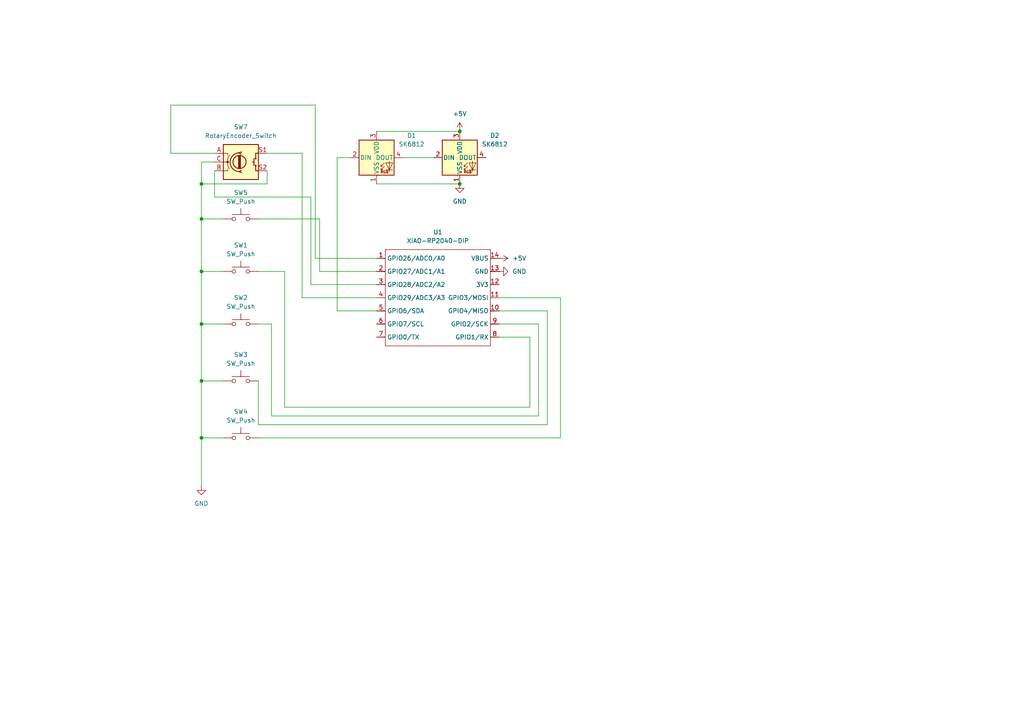
<source format=kicad_sch>
(kicad_sch (version 20250114) (generator "eeschema") (generator_version "9.0")
  (paper "A4")
  (lib_symbols
    (symbol "Device:RotaryEncoder_Switch" (pin_names (offset 0.254) (hide yes))
      (property "Reference" "SW" (at 0 6.604 0))
      (property "Value" "RotaryEncoder_Switch" (at 0 -6.604 0))
      (symbol "RotaryEncoder_Switch_0_1"
        (rectangle (start -5.08 5.08) (end 5.08 -5.08) (stroke (width 0.254)) (fill (type background)))
        (polyline (pts (xy -5.08 2.54) (xy -3.81 2.54) (xy -3.81 2.032)))
        (polyline (pts (xy -5.08 0) (xy -3.81 0) (xy -3.81 -1.016) (xy -3.302 -2.032)))
        (polyline (pts (xy -5.08 -2.54) (xy -3.81 -2.54) (xy -3.81 -2.032)))
        (polyline (pts (xy -4.318 0) (xy -3.81 0) (xy -3.81 1.016) (xy -3.302 2.032)))
        (circle (center -3.81 0) (radius 0.254) (fill (type outline)))
        (polyline (pts (xy -0.635 -1.778) (xy -0.635 1.778)) (stroke (width 0.254)))
        (circle (center -0.381 0) (radius 1.905) (stroke (width 0.254)))
        (polyline (pts (xy -0.381 -1.778) (xy -0.381 1.778)) (stroke (width 0.254)))
        (arc (start -0.381 -2.794) (mid -3.0988 -0.0635) (end -0.381 2.667) (stroke (width 0.254)))
        (polyline (pts (xy -0.127 1.778) (xy -0.127 -1.778)) (stroke (width 0.254)))
        (polyline (pts (xy 0.254 2.921) (xy -0.508 2.667) (xy 0.127 2.286)) (stroke (width 0.254)))
        (polyline (pts (xy 0.254 -3.048) (xy -0.508 -2.794) (xy 0.127 -2.413)) (stroke (width 0.254)))
        (polyline (pts (xy 3.81 1.016) (xy 3.81 -1.016)) (stroke (width 0.254)))
        (polyline (pts (xy 3.81 0) (xy 3.429 0)) (stroke (width 0.254)))
        (circle (center 4.318 1.016) (radius 0.127) (stroke (width 0.254)))
        (circle (center 4.318 -1.016) (radius 0.127) (stroke (width 0.254)))
        (polyline (pts (xy 5.08 2.54) (xy 4.318 2.54) (xy 4.318 1.016)) (stroke (width 0.254)))
        (polyline (pts (xy 5.08 -2.54) (xy 4.318 -2.54) (xy 4.318 -1.016)) (stroke (width 0.254)))
      )
      (symbol "RotaryEncoder_Switch_1_1"
        (pin passive line (at -7.62 2.54 0) (length 2.54) (name "A") (number "A"))
        (pin passive line (at -7.62 0 0) (length 2.54) (name "C") (number "C"))
        (pin passive line (at -7.62 -2.54 0) (length 2.54) (name "B") (number "B"))
        (pin passive line (at 7.62 2.54 180) (length 2.54) (name "S1") (number "S1"))
        (pin passive line (at 7.62 -2.54 180) (length 2.54) (name "S2") (number "S2"))
      )
    )
    (symbol "LED:SK6812" (pin_names (offset 0.254))
      (property "Reference" "D" (at 5.08 5.715 0))
      (property "Value" "SK6812" (at 1.27 -5.715 0))
      (symbol "SK6812_0_0"
        (text "RGB" (at 2.286 -4.191 0) (effects (font (size 0.762 0.762))))
      )
      (symbol "SK6812_0_1"
        (polyline (pts (xy 1.27 -2.54) (xy 1.778 -2.54)))
        (polyline (pts (xy 1.27 -3.556) (xy 1.778 -3.556)))
        (polyline (pts (xy 2.286 -1.524) (xy 1.27 -2.54) (xy 1.27 -2.032)))
        (polyline (pts (xy 2.286 -2.54) (xy 1.27 -3.556) (xy 1.27 -3.048)))
        (polyline (pts (xy 3.683 -1.016) (xy 3.683 -3.556) (xy 3.683 -4.064)))
        (polyline (pts (xy 4.699 -1.524) (xy 2.667 -1.524) (xy 3.683 -3.556) (xy 4.699 -1.524)))
        (polyline (pts (xy 4.699 -3.556) (xy 2.667 -3.556)))
        (rectangle (start 5.08 5.08) (end -5.08 -5.08) (stroke (width 0.254)) (fill (type background)))
      )
      (symbol "SK6812_1_1"
        (pin input line (at -7.62 0 0) (length 2.54) (name "DIN") (number "2"))
        (pin power_in line (at 0 7.62 270) (length 2.54) (name "VDD") (number "3"))
        (pin power_in line (at 0 -7.62 90) (length 2.54) (name "VSS") (number "1"))
        (pin output line (at 7.62 0 180) (length 2.54) (name "DOUT") (number "4"))
      )
    )
    (symbol "OPL:XIAO-RP2040-DIP"
      (property "Reference" "U" (at 0 0 0))
      (property "Value" "XIAO-RP2040-DIP" (at 5.334 -1.778 0))
      (symbol "XIAO-RP2040-DIP_1_0"
        (polyline (pts (xy -1.27 -2.54) (xy 29.21 -2.54)) (stroke (width 0.1524)))
        (polyline (pts (xy -1.27 -5.08) (xy -2.54 -5.08)) (stroke (width 0.1524)))
        (polyline (pts (xy -1.27 -5.08) (xy -1.27 -2.54)) (stroke (width 0.1524)))
        (polyline (pts (xy -1.27 -8.89) (xy -2.54 -8.89)) (stroke (width 0.1524)))
        (polyline (pts (xy -1.27 -8.89) (xy -1.27 -5.08)) (stroke (width 0.1524)))
        (polyline (pts (xy -1.27 -12.7) (xy -2.54 -12.7)) (stroke (width 0.1524)))
        (polyline (pts (xy -1.27 -12.7) (xy -1.27 -8.89)) (stroke (width 0.1524)))
        (polyline (pts (xy -1.27 -16.51) (xy -2.54 -16.51)) (stroke (width 0.1524)))
        (polyline (pts (xy -1.27 -16.51) (xy -1.27 -12.7)) (stroke (width 0.1524)))
        (polyline (pts (xy -1.27 -20.32) (xy -2.54 -20.32)) (stroke (width 0.1524)))
        (polyline (pts (xy -1.27 -24.13) (xy -2.54 -24.13)) (stroke (width 0.1524)))
        (polyline (pts (xy -1.27 -27.94) (xy -2.54 -27.94)) (stroke (width 0.1524)))
        (polyline (pts (xy -1.27 -30.48) (xy -1.27 -16.51)) (stroke (width 0.1524)))
        (polyline (pts (xy 29.21 -2.54) (xy 29.21 -5.08)) (stroke (width 0.1524)))
        (polyline (pts (xy 29.21 -5.08) (xy 29.21 -8.89)) (stroke (width 0.1524)))
        (polyline (pts (xy 29.21 -8.89) (xy 29.21 -12.7)) (stroke (width 0.1524)))
        (polyline (pts (xy 29.21 -12.7) (xy 29.21 -30.48)) (stroke (width 0.1524)))
        (polyline (pts (xy 29.21 -30.48) (xy -1.27 -30.48)) (stroke (width 0.1524)))
        (polyline (pts (xy 30.48 -5.08) (xy 29.21 -5.08)) (stroke (width 0.1524)))
        (polyline (pts (xy 30.48 -8.89) (xy 29.21 -8.89)) (stroke (width 0.1524)))
        (polyline (pts (xy 30.48 -12.7) (xy 29.21 -12.7)) (stroke (width 0.1524)))
        (polyline (pts (xy 30.48 -16.51) (xy 29.21 -16.51)) (stroke (width 0.1524)))
        (polyline (pts (xy 30.48 -20.32) (xy 29.21 -20.32)) (stroke (width 0.1524)))
        (polyline (pts (xy 30.48 -24.13) (xy 29.21 -24.13)) (stroke (width 0.1524)))
        (polyline (pts (xy 30.48 -27.94) (xy 29.21 -27.94)) (stroke (width 0.1524)))
        (pin passive line (at -3.81 -5.08 0) (length 2.54) (name "GPIO26/ADC0/A0") (number "1"))
        (pin passive line (at -3.81 -8.89 0) (length 2.54) (name "GPIO27/ADC1/A1") (number "2"))
        (pin passive line (at -3.81 -12.7 0) (length 2.54) (name "GPIO28/ADC2/A2") (number "3"))
        (pin passive line (at -3.81 -16.51 0) (length 2.54) (name "GPIO29/ADC3/A3") (number "4"))
        (pin passive line (at -3.81 -20.32 0) (length 2.54) (name "GPIO6/SDA") (number "5"))
        (pin passive line (at -3.81 -24.13 0) (length 2.54) (name "GPIO7/SCL") (number "6"))
        (pin passive line (at -3.81 -27.94 0) (length 2.54) (name "GPIO0/TX") (number "7"))
        (pin passive line (at 31.75 -5.08 180) (length 2.54) (name "VBUS") (number "14"))
        (pin passive line (at 31.75 -8.89 180) (length 2.54) (name "GND") (number "13"))
        (pin passive line (at 31.75 -12.7 180) (length 2.54) (name "3V3") (number "12"))
        (pin passive line (at 31.75 -16.51 180) (length 2.54) (name "GPIO3/MOSI") (number "11"))
        (pin passive line (at 31.75 -20.32 180) (length 2.54) (name "GPIO4/MISO") (number "10"))
        (pin passive line (at 31.75 -24.13 180) (length 2.54) (name "GPIO2/SCK") (number "9"))
        (pin passive line (at 31.75 -27.94 180) (length 2.54) (name "GPIO1/RX") (number "8"))
      )
    )
    (symbol "Switch:SW_Push" (pin_numbers (hide yes)) (pin_names (offset 1.016) (hide yes))
      (property "Reference" "SW" (at 1.27 2.54 0))
      (property "Value" "SW_Push" (at 0 -1.524 0))
      (symbol "SW_Push_0_1"
        (circle (center -2.032 0) (radius 0.508))
        (polyline (pts (xy 0 1.27) (xy 0 3.048)))
        (circle (center 2.032 0) (radius 0.508))
        (polyline (pts (xy 2.54 1.27) (xy -2.54 1.27)))
        (pin passive line (at -5.08 0 0) (length 2.54) (name "1") (number "1"))
        (pin passive line (at 5.08 0 180) (length 2.54) (name "2") (number "2"))
      )
    )
    (symbol "power:+5V" (power) (pin_numbers (hide yes)) (pin_names (offset 0) (hide yes))
      (property "Value" "+5V" (at 0 3.556 0))
      (symbol "+5V_0_1"
        (polyline (pts (xy -0.762 1.27) (xy 0 2.54)))
        (polyline (pts (xy 0 2.54) (xy 0.762 1.27)))
        (polyline (pts (xy 0 0) (xy 0 2.54)))
      )
      (symbol "+5V_1_1"
        (pin power_in line (at 0 0 90) (length 0) (name "~") (number "1"))
      )
    )
    (symbol "power:GND" (power) (pin_numbers (hide yes)) (pin_names (offset 0) (hide yes))
      (property "Value" "GND" (at 0 -3.81 0))
      (symbol "GND_0_1"
        (polyline (pts (xy 0 0) (xy 0 -1.27) (xy 1.27 -1.27) (xy 0 -2.54) (xy -1.27 -1.27) (xy 0 -1.27)))
      )
      (symbol "GND_1_1"
        (pin power_in line (at 0 0 270) (length 0) (name "~") (number "1"))
      )
    )
  )
  (junction (at 58.42 78.74))
  (junction (at 58.42 110.49))
  (junction (at 133.35 38.1))
  (junction (at 58.42 127))
  (junction (at 58.42 93.98))
  (junction (at 133.35 53.34))
  (junction (at 58.42 53.34))
  (junction (at 58.42 63.5))
  (wire (pts (xy 58.42 127) (xy 58.42 140.97)))
  (wire (pts (xy 162.56 86.36) (xy 162.56 127)))
  (wire (pts (xy 153.67 97.79) (xy 153.67 118.11)))
  (wire (pts (xy 153.67 118.11) (xy 82.55 118.11)))
  (wire (pts (xy 58.42 110.49) (xy 58.42 127)))
  (wire (pts (xy 62.23 57.15) (xy 90.17 57.15)))
  (wire (pts (xy 58.42 46.99) (xy 58.42 53.34)))
  (wire (pts (xy 156.21 93.98) (xy 156.21 120.65)))
  (wire (pts (xy 74.93 123.19) (xy 74.93 110.49)))
  (wire (pts (xy 74.93 63.5) (xy 92.71 63.5)))
  (wire (pts (xy 116.84 45.72) (xy 125.73 45.72)))
  (wire (pts (xy 90.17 57.15) (xy 90.17 82.55)))
  (wire (pts (xy 58.42 53.34) (xy 58.42 63.5)))
  (wire (pts (xy 144.78 97.79) (xy 153.67 97.79)))
  (wire (pts (xy 144.78 93.98) (xy 156.21 93.98)))
  (wire (pts (xy 58.42 93.98) (xy 64.77 93.98)))
  (wire (pts (xy 58.42 78.74) (xy 58.42 93.98)))
  (wire (pts (xy 97.79 45.72) (xy 101.6 45.72)))
  (wire (pts (xy 58.42 63.5) (xy 64.77 63.5)))
  (wire (pts (xy 58.42 127) (xy 64.77 127)))
  (wire (pts (xy 156.21 120.65) (xy 78.74 120.65)))
  (wire (pts (xy 97.79 90.17) (xy 97.79 45.72)))
  (wire (pts (xy 91.44 30.48) (xy 91.44 74.93)))
  (wire (pts (xy 58.42 93.98) (xy 58.42 110.49)))
  (wire (pts (xy 91.44 74.93) (xy 109.22 74.93)))
  (wire (pts (xy 49.53 44.45) (xy 49.53 30.48)))
  (wire (pts (xy 77.47 53.34) (xy 58.42 53.34)))
  (wire (pts (xy 62.23 44.45) (xy 49.53 44.45)))
  (wire (pts (xy 87.63 44.45) (xy 87.63 86.36)))
  (wire (pts (xy 62.23 46.99) (xy 58.42 46.99)))
  (wire (pts (xy 144.78 86.36) (xy 162.56 86.36)))
  (wire (pts (xy 77.47 44.45) (xy 87.63 44.45)))
  (wire (pts (xy 109.22 38.1) (xy 133.35 38.1)))
  (wire (pts (xy 78.74 120.65) (xy 78.74 93.98)))
  (wire (pts (xy 62.23 49.53) (xy 62.23 57.15)))
  (wire (pts (xy 82.55 118.11) (xy 82.55 78.74)))
  (wire (pts (xy 158.75 90.17) (xy 158.75 123.19)))
  (wire (pts (xy 109.22 90.17) (xy 97.79 90.17)))
  (wire (pts (xy 74.93 93.98) (xy 78.74 93.98)))
  (wire (pts (xy 87.63 86.36) (xy 109.22 86.36)))
  (wire (pts (xy 144.78 90.17) (xy 158.75 90.17)))
  (wire (pts (xy 92.71 63.5) (xy 92.71 78.74)))
  (wire (pts (xy 58.42 110.49) (xy 64.77 110.49)))
  (wire (pts (xy 49.53 30.48) (xy 91.44 30.48)))
  (wire (pts (xy 162.56 127) (xy 74.93 127)))
  (wire (pts (xy 82.55 78.74) (xy 74.93 78.74)))
  (wire (pts (xy 92.71 78.74) (xy 109.22 78.74)))
  (wire (pts (xy 158.75 123.19) (xy 74.93 123.19)))
  (wire (pts (xy 90.17 82.55) (xy 109.22 82.55)))
  (wire (pts (xy 58.42 63.5) (xy 58.42 78.74)))
  (wire (pts (xy 109.22 53.34) (xy 133.35 53.34)))
  (wire (pts (xy 64.77 78.74) (xy 58.42 78.74)))
  (wire (pts (xy 77.47 49.53) (xy 77.47 53.34)))
  (symbol (lib_id "power:GND") (at 144.78 78.74 90) (unit 1)
    (property "Reference" "#PWR04" (effects (hide yes)))
    (property "Value" "GND" (at 148.59 78.7399 90) (effects (justify right)))
    (property "Description" "Power symbol creates a global label with name \"GND\" , ground" (effects (hide yes)))
  )
  (symbol (lib_id "power:+5V") (at 144.78 74.93 270) (unit 1)
    (property "Reference" "#PWR05" (effects (hide yes)))
    (property "Value" "+5V" (at 148.59 74.9299 90) (effects (justify left)))
    (property "Description" "Power symbol creates a global label with name \"+5V\"" (effects (hide yes)))
  )
  (symbol (lib_id "power:GND") (at 58.42 140.97 0) (unit 1)
    (property "Reference" "#PWR03" (effects (hide yes)))
    (property "Value" "GND" (at 58.42 146.05 0))
    (property "Description" "Power symbol creates a global label with name \"GND\" , ground" (effects (hide yes)))
  )
  (symbol (lib_id "LED:SK6812") (at 109.22 45.72 0) (unit 1)
    (property "Reference" "D1" (at 119.38 39.2998 0))
    (property "Value" "SK6812" (at 119.38 41.8398 0))
    (property "Footprint" "LED_SMD:LED_SK6812MINI_PLCC4_3.5x3.5mm_P1.75mm" (effects (hide yes)))
    (property "Datasheet" "https://cdn-shop.adafruit.com/product-files/1138/SK6812+LED+datasheet+.pdf" (effects (hide yes)))
    (property "Description" "RGB LED with integrated controller" (effects (hide yes)))
  )
  (symbol (lib_id "Switch:SW_Push") (at 69.85 110.49 0) (unit 1)
    (property "Reference" "SW3" (at 69.85 102.87 0))
    (property "Value" "SW_Push" (at 69.85 105.41 0))
    (property "Footprint" "Button_Switch_Keyboard:SW_Cherry_MX_1.00u_PCB" (effects (hide yes)))
    (property "Description" "Push button switch, generic, two pins" (effects (hide yes)))
  )
  (symbol (lib_id "Switch:SW_Push") (at 69.85 78.74 0) (unit 1)
    (property "Reference" "SW1" (at 69.85 71.12 0))
    (property "Value" "SW_Push" (at 69.85 73.66 0))
    (property "Footprint" "Button_Switch_Keyboard:SW_Cherry_MX_1.00u_PCB" (effects (hide yes)))
    (property "Description" "Push button switch, generic, two pins" (effects (hide yes)))
  )
  (symbol (lib_id "Switch:SW_Push") (at 69.85 93.98 0) (unit 1)
    (property "Reference" "SW2" (at 69.85 86.36 0))
    (property "Value" "SW_Push" (at 69.85 88.9 0))
    (property "Footprint" "Button_Switch_Keyboard:SW_Cherry_MX_1.00u_PCB" (effects (hide yes)))
    (property "Description" "Push button switch, generic, two pins" (effects (hide yes)))
  )
  (symbol (lib_id "OPL:XIAO-RP2040-DIP") (at 113.03 69.85 0) (unit 1)
    (property "Reference" "U1" (at 127 67.31 0))
    (property "Value" "XIAO-RP2040-DIP" (at 127 69.85 0))
    (property "Footprint" "OPL:XIAO-RP2040-DIP" (effects (hide yes)))
  )
  (symbol (lib_id "Switch:SW_Push") (at 69.85 127 0) (unit 1)
    (property "Reference" "SW4" (at 69.85 119.38 0))
    (property "Value" "SW_Push" (at 69.85 121.92 0))
    (property "Footprint" "Button_Switch_Keyboard:SW_Cherry_MX_1.00u_PCB" (effects (hide yes)))
    (property "Description" "Push button switch, generic, two pins" (effects (hide yes)))
  )
  (symbol (lib_id "power:GND") (at 133.35 53.34 0) (unit 1)
    (property "Reference" "#PWR02" (effects (hide yes)))
    (property "Value" "GND" (at 133.35 58.42 0))
    (property "Description" "Power symbol creates a global label with name \"GND\" , ground" (effects (hide yes)))
  )
  (symbol (lib_id "Switch:SW_Push") (at 69.85 63.5 0) (unit 1)
    (property "Reference" "SW5" (at 69.85 55.88 0))
    (property "Value" "SW_Push" (at 69.85 58.42 0))
    (property "Footprint" "Button_Switch_Keyboard:SW_Cherry_MX_1.00u_PCB" (effects (hide yes)))
    (property "Description" "Push button switch, generic, two pins" (effects (hide yes)))
  )
  (symbol (lib_id "LED:SK6812") (at 133.35 45.72 0) (unit 1)
    (property "Reference" "D2" (at 143.51 39.2998 0))
    (property "Value" "SK6812" (at 143.51 41.8398 0))
    (property "Footprint" "LED_SMD:LED_SK6812MINI_PLCC4_3.5x3.5mm_P1.75mm" (effects (hide yes)))
    (property "Datasheet" "https://cdn-shop.adafruit.com/product-files/1138/SK6812+LED+datasheet+.pdf" (effects (hide yes)))
    (property "Description" "RGB LED with integrated controller" (effects (hide yes)))
  )
  (symbol (lib_id "Device:RotaryEncoder_Switch") (at 69.85 46.99 0) (unit 1)
    (property "Reference" "SW7" (at 69.85 36.83 0))
    (property "Value" "RotaryEncoder_Switch" (at 69.85 39.37 0))
    (property "Footprint" "Rotary_Encoder:RotaryEncoder_Alps_EC11E-Switch_Vertical_H20mm" (effects (hide yes)))
    (property "Description" "Rotary encoder, dual channel, incremental quadrate outputs, with switch" (effects (hide yes)))
  )
  (symbol (lib_id "power:+5V") (at 133.35 38.1 0) (unit 1)
    (property "Reference" "#PWR01" (effects (hide yes)))
    (property "Value" "+5V" (at 133.35 33.02 0))
    (property "Description" "Power symbol creates a global label with name \"+5V\"" (effects (hide yes)))
  )
)
</source>
